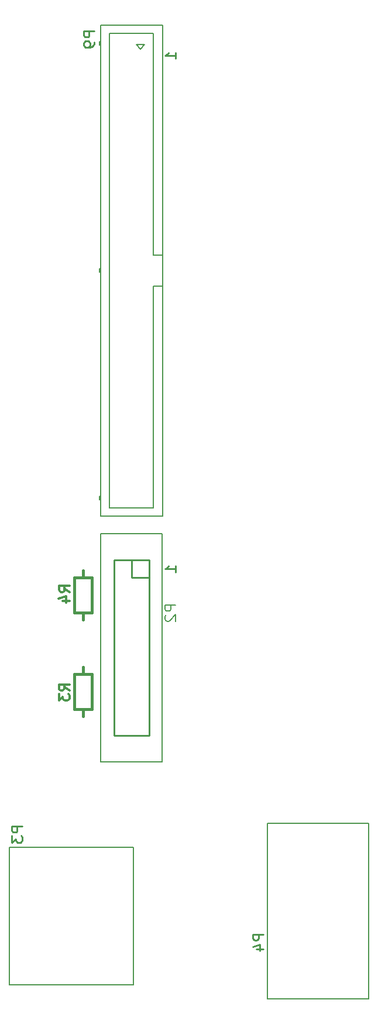
<source format=gbo>
G04 #@! TF.FileFunction,Legend,Bot*
%FSLAX46Y46*%
G04 Gerber Fmt 4.6, Leading zero omitted, Abs format (unit mm)*
G04 Created by KiCad (PCBNEW (after 2015-mar-04 BZR unknown)-product) date Sat 02 Oct 2021 11:04:02 EDT*
%MOMM*%
G01*
G04 APERTURE LIST*
%ADD10C,0.020000*%
%ADD11C,0.254000*%
%ADD12C,0.150000*%
%ADD13C,0.152400*%
%ADD14C,0.381000*%
%ADD15C,0.203200*%
%ADD16C,0.304800*%
G04 APERTURE END LIST*
D10*
D11*
X99114429Y-104575429D02*
X99114429Y-103704572D01*
X99114429Y-104140000D02*
X97590429Y-104140000D01*
X97808143Y-103994857D01*
X97953286Y-103849715D01*
X98025857Y-103704572D01*
X99114429Y-30280429D02*
X99114429Y-29409572D01*
X99114429Y-29845000D02*
X97590429Y-29845000D01*
X97808143Y-29699857D01*
X97953286Y-29554715D01*
X98025857Y-29409572D01*
D12*
X127000000Y-166370000D02*
X127000000Y-140970000D01*
X127000000Y-140970000D02*
X112395000Y-140970000D01*
X112395000Y-140970000D02*
X112395000Y-166370000D01*
X112395000Y-166370000D02*
X127000000Y-166370000D01*
X97180000Y-25410000D02*
X88240000Y-25410000D01*
X88240000Y-25410000D02*
X88240000Y-96510000D01*
X88240000Y-96510000D02*
X97180000Y-96510000D01*
X97180000Y-96510000D02*
X97180000Y-25410000D01*
X97180000Y-58735000D02*
X95880000Y-58735000D01*
X95880000Y-58735000D02*
X95880000Y-26610000D01*
X95880000Y-26610000D02*
X89540000Y-26610000D01*
X89540000Y-26610000D02*
X89540000Y-95310000D01*
X89540000Y-95310000D02*
X95880000Y-95310000D01*
X95880000Y-95310000D02*
X95880000Y-63185000D01*
X95880000Y-63185000D02*
X97180000Y-63185000D01*
X88240000Y-60710000D02*
X88040000Y-60710000D01*
X88040000Y-60710000D02*
X88040000Y-61210000D01*
X88040000Y-61210000D02*
X88240000Y-61210000D01*
X88140000Y-60710000D02*
X88140000Y-61210000D01*
X88240000Y-93590000D02*
X88040000Y-93590000D01*
X88040000Y-93590000D02*
X88040000Y-94090000D01*
X88040000Y-94090000D02*
X88240000Y-94090000D01*
X88140000Y-93590000D02*
X88140000Y-94090000D01*
X88240000Y-27830000D02*
X88040000Y-27830000D01*
X88040000Y-27830000D02*
X88040000Y-28330000D01*
X88040000Y-28330000D02*
X88240000Y-28330000D01*
X88140000Y-27830000D02*
X88140000Y-28330000D01*
X94580000Y-28280000D02*
X93380000Y-28280000D01*
X93380000Y-28280000D02*
X93980000Y-28880000D01*
X93980000Y-28880000D02*
X94580000Y-28280000D01*
D13*
X88265000Y-99060000D02*
X97155000Y-99060000D01*
X97155000Y-99060000D02*
X97155000Y-132080000D01*
X97155000Y-132080000D02*
X88265000Y-132080000D01*
X88265000Y-132080000D02*
X88265000Y-99060000D01*
D11*
X90170000Y-128270000D02*
X90170000Y-102870000D01*
X95250000Y-105410000D02*
X95250000Y-128270000D01*
X90170000Y-128270000D02*
X95250000Y-128270000D01*
X90170000Y-102870000D02*
X92710000Y-102870000D01*
X95250000Y-102870000D02*
X95250000Y-105410000D01*
X92710000Y-102870000D02*
X92710000Y-105410000D01*
X92710000Y-105410000D02*
X95250000Y-105410000D01*
X95250000Y-102870000D02*
X92710000Y-102870000D01*
D14*
X85725000Y-124381260D02*
X85725000Y-125397260D01*
X85725000Y-119301260D02*
X85725000Y-118285260D01*
X86995000Y-124381260D02*
X86995000Y-119301260D01*
X86995000Y-119301260D02*
X84455000Y-119301260D01*
X84455000Y-119301260D02*
X84455000Y-124381260D01*
X84455000Y-124381260D02*
X86995000Y-124381260D01*
X85725000Y-110411260D02*
X85725000Y-111427260D01*
X85725000Y-105331260D02*
X85725000Y-104315260D01*
X86995000Y-110411260D02*
X86995000Y-105331260D01*
X86995000Y-105331260D02*
X84455000Y-105331260D01*
X84455000Y-105331260D02*
X84455000Y-110411260D01*
X84455000Y-110411260D02*
X86995000Y-110411260D01*
D13*
X92964000Y-146812000D02*
X92964000Y-144373600D01*
X75057000Y-147447000D02*
X75057000Y-144399000D01*
X75057000Y-161798000D02*
X75057000Y-164338000D01*
X75057000Y-164338000D02*
X76200000Y-164338000D01*
X92964000Y-161798000D02*
X92964000Y-164338000D01*
X92964000Y-164338000D02*
X92075000Y-164338000D01*
X92964000Y-144399000D02*
X75057000Y-144399000D01*
X92964000Y-146812000D02*
X92964000Y-161798000D01*
X92202000Y-164338000D02*
X76200000Y-164338000D01*
X75057000Y-161798000D02*
X75057000Y-147447000D01*
D11*
X111814429Y-156990143D02*
X110290429Y-156990143D01*
X110290429Y-157570715D01*
X110363000Y-157715857D01*
X110435571Y-157788429D01*
X110580714Y-157861000D01*
X110798429Y-157861000D01*
X110943571Y-157788429D01*
X111016143Y-157715857D01*
X111088714Y-157570715D01*
X111088714Y-156990143D01*
X110798429Y-159167286D02*
X111814429Y-159167286D01*
X110217857Y-158804429D02*
X111306429Y-158441572D01*
X111306429Y-159385000D01*
X87303429Y-26307143D02*
X85779429Y-26307143D01*
X85779429Y-26887715D01*
X85852000Y-27032857D01*
X85924571Y-27105429D01*
X86069714Y-27178000D01*
X86287429Y-27178000D01*
X86432571Y-27105429D01*
X86505143Y-27032857D01*
X86577714Y-26887715D01*
X86577714Y-26307143D01*
X87303429Y-27903715D02*
X87303429Y-28194000D01*
X87230857Y-28339143D01*
X87158286Y-28411715D01*
X86940571Y-28556857D01*
X86650286Y-28629429D01*
X86069714Y-28629429D01*
X85924571Y-28556857D01*
X85852000Y-28484286D01*
X85779429Y-28339143D01*
X85779429Y-28048857D01*
X85852000Y-27903715D01*
X85924571Y-27831143D01*
X86069714Y-27758572D01*
X86432571Y-27758572D01*
X86577714Y-27831143D01*
X86650286Y-27903715D01*
X86722857Y-28048857D01*
X86722857Y-28339143D01*
X86650286Y-28484286D01*
X86577714Y-28556857D01*
X86432571Y-28629429D01*
D15*
X99114429Y-109365143D02*
X97590429Y-109365143D01*
X97590429Y-109945715D01*
X97663000Y-110090857D01*
X97735571Y-110163429D01*
X97880714Y-110236000D01*
X98098429Y-110236000D01*
X98243571Y-110163429D01*
X98316143Y-110090857D01*
X98388714Y-109945715D01*
X98388714Y-109365143D01*
X97735571Y-110816572D02*
X97663000Y-110889143D01*
X97590429Y-111034286D01*
X97590429Y-111397143D01*
X97663000Y-111542286D01*
X97735571Y-111614857D01*
X97880714Y-111687429D01*
X98025857Y-111687429D01*
X98243571Y-111614857D01*
X99114429Y-110744000D01*
X99114429Y-111687429D01*
D16*
X83722029Y-121716800D02*
X82996314Y-121208800D01*
X83722029Y-120845943D02*
X82198029Y-120845943D01*
X82198029Y-121426515D01*
X82270600Y-121571657D01*
X82343171Y-121644229D01*
X82488314Y-121716800D01*
X82706029Y-121716800D01*
X82851171Y-121644229D01*
X82923743Y-121571657D01*
X82996314Y-121426515D01*
X82996314Y-120845943D01*
X82198029Y-122224800D02*
X82198029Y-123168229D01*
X82778600Y-122660229D01*
X82778600Y-122877943D01*
X82851171Y-123023086D01*
X82923743Y-123095657D01*
X83068886Y-123168229D01*
X83431743Y-123168229D01*
X83576886Y-123095657D01*
X83649457Y-123023086D01*
X83722029Y-122877943D01*
X83722029Y-122442515D01*
X83649457Y-122297372D01*
X83576886Y-122224800D01*
X83747429Y-107467400D02*
X83021714Y-106959400D01*
X83747429Y-106596543D02*
X82223429Y-106596543D01*
X82223429Y-107177115D01*
X82296000Y-107322257D01*
X82368571Y-107394829D01*
X82513714Y-107467400D01*
X82731429Y-107467400D01*
X82876571Y-107394829D01*
X82949143Y-107322257D01*
X83021714Y-107177115D01*
X83021714Y-106596543D01*
X82731429Y-108773686D02*
X83747429Y-108773686D01*
X82150857Y-108410829D02*
X83239429Y-108047972D01*
X83239429Y-108991400D01*
D11*
X76889429Y-141369143D02*
X75365429Y-141369143D01*
X75365429Y-141949715D01*
X75438000Y-142094857D01*
X75510571Y-142167429D01*
X75655714Y-142240000D01*
X75873429Y-142240000D01*
X76018571Y-142167429D01*
X76091143Y-142094857D01*
X76163714Y-141949715D01*
X76163714Y-141369143D01*
X75365429Y-142748000D02*
X75365429Y-143691429D01*
X75946000Y-143183429D01*
X75946000Y-143401143D01*
X76018571Y-143546286D01*
X76091143Y-143618857D01*
X76236286Y-143691429D01*
X76599143Y-143691429D01*
X76744286Y-143618857D01*
X76816857Y-143546286D01*
X76889429Y-143401143D01*
X76889429Y-142965715D01*
X76816857Y-142820572D01*
X76744286Y-142748000D01*
M02*

</source>
